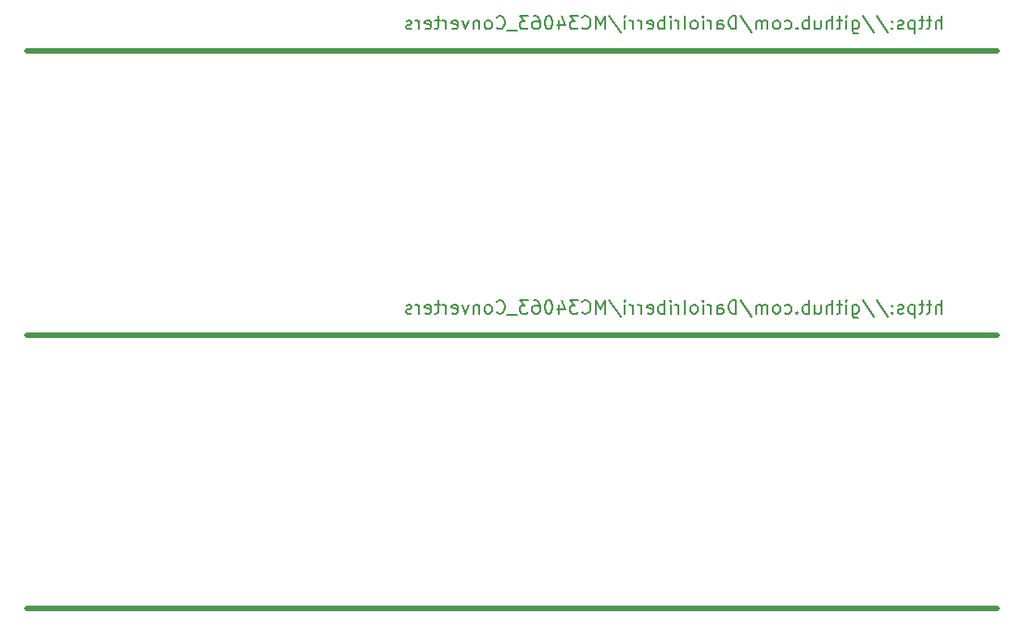
<source format=gbo>
%TF.GenerationSoftware,KiCad,Pcbnew,(5.1.12)-1*%
%TF.CreationDate,2022-12-13T04:58:51+01:00*%
%TF.ProjectId,MC34063_panel,4d433334-3036-4335-9f70-616e656c2e6b,rev?*%
%TF.SameCoordinates,Original*%
%TF.FileFunction,Legend,Bot*%
%TF.FilePolarity,Positive*%
%FSLAX46Y46*%
G04 Gerber Fmt 4.6, Leading zero omitted, Abs format (unit mm)*
G04 Created by KiCad (PCBNEW (5.1.12)-1) date 2022-12-13 04:58:51*
%MOMM*%
%LPD*%
G01*
G04 APERTURE LIST*
%ADD10C,0.500000*%
%ADD11C,0.150000*%
G04 APERTURE END LIST*
D10*
X45000000Y-135000000D02*
X133600000Y-135000000D01*
X45000000Y-110000000D02*
X133600000Y-110000000D01*
X45000000Y-84000000D02*
X133600000Y-84000000D01*
D11*
X128528571Y-108042857D02*
X128528571Y-106842857D01*
X128014285Y-108042857D02*
X128014285Y-107414285D01*
X128071428Y-107300000D01*
X128185714Y-107242857D01*
X128357142Y-107242857D01*
X128471428Y-107300000D01*
X128528571Y-107357142D01*
X127614285Y-107242857D02*
X127157142Y-107242857D01*
X127442857Y-106842857D02*
X127442857Y-107871428D01*
X127385714Y-107985714D01*
X127271428Y-108042857D01*
X127157142Y-108042857D01*
X126928571Y-107242857D02*
X126471428Y-107242857D01*
X126757142Y-106842857D02*
X126757142Y-107871428D01*
X126700000Y-107985714D01*
X126585714Y-108042857D01*
X126471428Y-108042857D01*
X126071428Y-107242857D02*
X126071428Y-108442857D01*
X126071428Y-107300000D02*
X125957142Y-107242857D01*
X125728571Y-107242857D01*
X125614285Y-107300000D01*
X125557142Y-107357142D01*
X125500000Y-107471428D01*
X125500000Y-107814285D01*
X125557142Y-107928571D01*
X125614285Y-107985714D01*
X125728571Y-108042857D01*
X125957142Y-108042857D01*
X126071428Y-107985714D01*
X125042857Y-107985714D02*
X124928571Y-108042857D01*
X124700000Y-108042857D01*
X124585714Y-107985714D01*
X124528571Y-107871428D01*
X124528571Y-107814285D01*
X124585714Y-107700000D01*
X124700000Y-107642857D01*
X124871428Y-107642857D01*
X124985714Y-107585714D01*
X125042857Y-107471428D01*
X125042857Y-107414285D01*
X124985714Y-107300000D01*
X124871428Y-107242857D01*
X124700000Y-107242857D01*
X124585714Y-107300000D01*
X124014285Y-107928571D02*
X123957142Y-107985714D01*
X124014285Y-108042857D01*
X124071428Y-107985714D01*
X124014285Y-107928571D01*
X124014285Y-108042857D01*
X124014285Y-107300000D02*
X123957142Y-107357142D01*
X124014285Y-107414285D01*
X124071428Y-107357142D01*
X124014285Y-107300000D01*
X124014285Y-107414285D01*
X122585714Y-106785714D02*
X123614285Y-108328571D01*
X121328571Y-106785714D02*
X122357142Y-108328571D01*
X120414285Y-107242857D02*
X120414285Y-108214285D01*
X120471428Y-108328571D01*
X120528571Y-108385714D01*
X120642857Y-108442857D01*
X120814285Y-108442857D01*
X120928571Y-108385714D01*
X120414285Y-107985714D02*
X120528571Y-108042857D01*
X120757142Y-108042857D01*
X120871428Y-107985714D01*
X120928571Y-107928571D01*
X120985714Y-107814285D01*
X120985714Y-107471428D01*
X120928571Y-107357142D01*
X120871428Y-107300000D01*
X120757142Y-107242857D01*
X120528571Y-107242857D01*
X120414285Y-107300000D01*
X119842857Y-108042857D02*
X119842857Y-107242857D01*
X119842857Y-106842857D02*
X119900000Y-106900000D01*
X119842857Y-106957142D01*
X119785714Y-106900000D01*
X119842857Y-106842857D01*
X119842857Y-106957142D01*
X119442857Y-107242857D02*
X118985714Y-107242857D01*
X119271428Y-106842857D02*
X119271428Y-107871428D01*
X119214285Y-107985714D01*
X119100000Y-108042857D01*
X118985714Y-108042857D01*
X118585714Y-108042857D02*
X118585714Y-106842857D01*
X118071428Y-108042857D02*
X118071428Y-107414285D01*
X118128571Y-107300000D01*
X118242857Y-107242857D01*
X118414285Y-107242857D01*
X118528571Y-107300000D01*
X118585714Y-107357142D01*
X116985714Y-107242857D02*
X116985714Y-108042857D01*
X117500000Y-107242857D02*
X117500000Y-107871428D01*
X117442857Y-107985714D01*
X117328571Y-108042857D01*
X117157142Y-108042857D01*
X117042857Y-107985714D01*
X116985714Y-107928571D01*
X116414285Y-108042857D02*
X116414285Y-106842857D01*
X116414285Y-107300000D02*
X116300000Y-107242857D01*
X116071428Y-107242857D01*
X115957142Y-107300000D01*
X115900000Y-107357142D01*
X115842857Y-107471428D01*
X115842857Y-107814285D01*
X115900000Y-107928571D01*
X115957142Y-107985714D01*
X116071428Y-108042857D01*
X116300000Y-108042857D01*
X116414285Y-107985714D01*
X115328571Y-107928571D02*
X115271428Y-107985714D01*
X115328571Y-108042857D01*
X115385714Y-107985714D01*
X115328571Y-107928571D01*
X115328571Y-108042857D01*
X114242857Y-107985714D02*
X114357142Y-108042857D01*
X114585714Y-108042857D01*
X114700000Y-107985714D01*
X114757142Y-107928571D01*
X114814285Y-107814285D01*
X114814285Y-107471428D01*
X114757142Y-107357142D01*
X114700000Y-107300000D01*
X114585714Y-107242857D01*
X114357142Y-107242857D01*
X114242857Y-107300000D01*
X113557142Y-108042857D02*
X113671428Y-107985714D01*
X113728571Y-107928571D01*
X113785714Y-107814285D01*
X113785714Y-107471428D01*
X113728571Y-107357142D01*
X113671428Y-107300000D01*
X113557142Y-107242857D01*
X113385714Y-107242857D01*
X113271428Y-107300000D01*
X113214285Y-107357142D01*
X113157142Y-107471428D01*
X113157142Y-107814285D01*
X113214285Y-107928571D01*
X113271428Y-107985714D01*
X113385714Y-108042857D01*
X113557142Y-108042857D01*
X112642857Y-108042857D02*
X112642857Y-107242857D01*
X112642857Y-107357142D02*
X112585714Y-107300000D01*
X112471428Y-107242857D01*
X112300000Y-107242857D01*
X112185714Y-107300000D01*
X112128571Y-107414285D01*
X112128571Y-108042857D01*
X112128571Y-107414285D02*
X112071428Y-107300000D01*
X111957142Y-107242857D01*
X111785714Y-107242857D01*
X111671428Y-107300000D01*
X111614285Y-107414285D01*
X111614285Y-108042857D01*
X110185714Y-106785714D02*
X111214285Y-108328571D01*
X109785714Y-108042857D02*
X109785714Y-106842857D01*
X109500000Y-106842857D01*
X109328571Y-106900000D01*
X109214285Y-107014285D01*
X109157142Y-107128571D01*
X109100000Y-107357142D01*
X109100000Y-107528571D01*
X109157142Y-107757142D01*
X109214285Y-107871428D01*
X109328571Y-107985714D01*
X109500000Y-108042857D01*
X109785714Y-108042857D01*
X108071428Y-108042857D02*
X108071428Y-107414285D01*
X108128571Y-107300000D01*
X108242857Y-107242857D01*
X108471428Y-107242857D01*
X108585714Y-107300000D01*
X108071428Y-107985714D02*
X108185714Y-108042857D01*
X108471428Y-108042857D01*
X108585714Y-107985714D01*
X108642857Y-107871428D01*
X108642857Y-107757142D01*
X108585714Y-107642857D01*
X108471428Y-107585714D01*
X108185714Y-107585714D01*
X108071428Y-107528571D01*
X107500000Y-108042857D02*
X107500000Y-107242857D01*
X107500000Y-107471428D02*
X107442857Y-107357142D01*
X107385714Y-107300000D01*
X107271428Y-107242857D01*
X107157142Y-107242857D01*
X106757142Y-108042857D02*
X106757142Y-107242857D01*
X106757142Y-106842857D02*
X106814285Y-106900000D01*
X106757142Y-106957142D01*
X106700000Y-106900000D01*
X106757142Y-106842857D01*
X106757142Y-106957142D01*
X106014285Y-108042857D02*
X106128571Y-107985714D01*
X106185714Y-107928571D01*
X106242857Y-107814285D01*
X106242857Y-107471428D01*
X106185714Y-107357142D01*
X106128571Y-107300000D01*
X106014285Y-107242857D01*
X105842857Y-107242857D01*
X105728571Y-107300000D01*
X105671428Y-107357142D01*
X105614285Y-107471428D01*
X105614285Y-107814285D01*
X105671428Y-107928571D01*
X105728571Y-107985714D01*
X105842857Y-108042857D01*
X106014285Y-108042857D01*
X105100000Y-108042857D02*
X105100000Y-106842857D01*
X104528571Y-108042857D02*
X104528571Y-107242857D01*
X104528571Y-107471428D02*
X104471428Y-107357142D01*
X104414285Y-107300000D01*
X104300000Y-107242857D01*
X104185714Y-107242857D01*
X103785714Y-108042857D02*
X103785714Y-107242857D01*
X103785714Y-106842857D02*
X103842857Y-106900000D01*
X103785714Y-106957142D01*
X103728571Y-106900000D01*
X103785714Y-106842857D01*
X103785714Y-106957142D01*
X103214285Y-108042857D02*
X103214285Y-106842857D01*
X103214285Y-107300000D02*
X103100000Y-107242857D01*
X102871428Y-107242857D01*
X102757142Y-107300000D01*
X102700000Y-107357142D01*
X102642857Y-107471428D01*
X102642857Y-107814285D01*
X102700000Y-107928571D01*
X102757142Y-107985714D01*
X102871428Y-108042857D01*
X103100000Y-108042857D01*
X103214285Y-107985714D01*
X101671428Y-107985714D02*
X101785714Y-108042857D01*
X102014285Y-108042857D01*
X102128571Y-107985714D01*
X102185714Y-107871428D01*
X102185714Y-107414285D01*
X102128571Y-107300000D01*
X102014285Y-107242857D01*
X101785714Y-107242857D01*
X101671428Y-107300000D01*
X101614285Y-107414285D01*
X101614285Y-107528571D01*
X102185714Y-107642857D01*
X101100000Y-108042857D02*
X101100000Y-107242857D01*
X101100000Y-107471428D02*
X101042857Y-107357142D01*
X100985714Y-107300000D01*
X100871428Y-107242857D01*
X100757142Y-107242857D01*
X100357142Y-108042857D02*
X100357142Y-107242857D01*
X100357142Y-107471428D02*
X100300000Y-107357142D01*
X100242857Y-107300000D01*
X100128571Y-107242857D01*
X100014285Y-107242857D01*
X99614285Y-108042857D02*
X99614285Y-107242857D01*
X99614285Y-106842857D02*
X99671428Y-106900000D01*
X99614285Y-106957142D01*
X99557142Y-106900000D01*
X99614285Y-106842857D01*
X99614285Y-106957142D01*
X98185714Y-106785714D02*
X99214285Y-108328571D01*
X97785714Y-108042857D02*
X97785714Y-106842857D01*
X97385714Y-107700000D01*
X96985714Y-106842857D01*
X96985714Y-108042857D01*
X95728571Y-107928571D02*
X95785714Y-107985714D01*
X95957142Y-108042857D01*
X96071428Y-108042857D01*
X96242857Y-107985714D01*
X96357142Y-107871428D01*
X96414285Y-107757142D01*
X96471428Y-107528571D01*
X96471428Y-107357142D01*
X96414285Y-107128571D01*
X96357142Y-107014285D01*
X96242857Y-106900000D01*
X96071428Y-106842857D01*
X95957142Y-106842857D01*
X95785714Y-106900000D01*
X95728571Y-106957142D01*
X95328571Y-106842857D02*
X94585714Y-106842857D01*
X94985714Y-107300000D01*
X94814285Y-107300000D01*
X94700000Y-107357142D01*
X94642857Y-107414285D01*
X94585714Y-107528571D01*
X94585714Y-107814285D01*
X94642857Y-107928571D01*
X94700000Y-107985714D01*
X94814285Y-108042857D01*
X95157142Y-108042857D01*
X95271428Y-107985714D01*
X95328571Y-107928571D01*
X93557142Y-107242857D02*
X93557142Y-108042857D01*
X93842857Y-106785714D02*
X94128571Y-107642857D01*
X93385714Y-107642857D01*
X92700000Y-106842857D02*
X92585714Y-106842857D01*
X92471428Y-106900000D01*
X92414285Y-106957142D01*
X92357142Y-107071428D01*
X92300000Y-107300000D01*
X92300000Y-107585714D01*
X92357142Y-107814285D01*
X92414285Y-107928571D01*
X92471428Y-107985714D01*
X92585714Y-108042857D01*
X92700000Y-108042857D01*
X92814285Y-107985714D01*
X92871428Y-107928571D01*
X92928571Y-107814285D01*
X92985714Y-107585714D01*
X92985714Y-107300000D01*
X92928571Y-107071428D01*
X92871428Y-106957142D01*
X92814285Y-106900000D01*
X92700000Y-106842857D01*
X91271428Y-106842857D02*
X91500000Y-106842857D01*
X91614285Y-106900000D01*
X91671428Y-106957142D01*
X91785714Y-107128571D01*
X91842857Y-107357142D01*
X91842857Y-107814285D01*
X91785714Y-107928571D01*
X91728571Y-107985714D01*
X91614285Y-108042857D01*
X91385714Y-108042857D01*
X91271428Y-107985714D01*
X91214285Y-107928571D01*
X91157142Y-107814285D01*
X91157142Y-107528571D01*
X91214285Y-107414285D01*
X91271428Y-107357142D01*
X91385714Y-107300000D01*
X91614285Y-107300000D01*
X91728571Y-107357142D01*
X91785714Y-107414285D01*
X91842857Y-107528571D01*
X90757142Y-106842857D02*
X90014285Y-106842857D01*
X90414285Y-107300000D01*
X90242857Y-107300000D01*
X90128571Y-107357142D01*
X90071428Y-107414285D01*
X90014285Y-107528571D01*
X90014285Y-107814285D01*
X90071428Y-107928571D01*
X90128571Y-107985714D01*
X90242857Y-108042857D01*
X90585714Y-108042857D01*
X90700000Y-107985714D01*
X90757142Y-107928571D01*
X89785714Y-108157142D02*
X88871428Y-108157142D01*
X87900000Y-107928571D02*
X87957142Y-107985714D01*
X88128571Y-108042857D01*
X88242857Y-108042857D01*
X88414285Y-107985714D01*
X88528571Y-107871428D01*
X88585714Y-107757142D01*
X88642857Y-107528571D01*
X88642857Y-107357142D01*
X88585714Y-107128571D01*
X88528571Y-107014285D01*
X88414285Y-106900000D01*
X88242857Y-106842857D01*
X88128571Y-106842857D01*
X87957142Y-106900000D01*
X87900000Y-106957142D01*
X87214285Y-108042857D02*
X87328571Y-107985714D01*
X87385714Y-107928571D01*
X87442857Y-107814285D01*
X87442857Y-107471428D01*
X87385714Y-107357142D01*
X87328571Y-107300000D01*
X87214285Y-107242857D01*
X87042857Y-107242857D01*
X86928571Y-107300000D01*
X86871428Y-107357142D01*
X86814285Y-107471428D01*
X86814285Y-107814285D01*
X86871428Y-107928571D01*
X86928571Y-107985714D01*
X87042857Y-108042857D01*
X87214285Y-108042857D01*
X86300000Y-107242857D02*
X86300000Y-108042857D01*
X86300000Y-107357142D02*
X86242857Y-107300000D01*
X86128571Y-107242857D01*
X85957142Y-107242857D01*
X85842857Y-107300000D01*
X85785714Y-107414285D01*
X85785714Y-108042857D01*
X85328571Y-107242857D02*
X85042857Y-108042857D01*
X84757142Y-107242857D01*
X83842857Y-107985714D02*
X83957142Y-108042857D01*
X84185714Y-108042857D01*
X84300000Y-107985714D01*
X84357142Y-107871428D01*
X84357142Y-107414285D01*
X84300000Y-107300000D01*
X84185714Y-107242857D01*
X83957142Y-107242857D01*
X83842857Y-107300000D01*
X83785714Y-107414285D01*
X83785714Y-107528571D01*
X84357142Y-107642857D01*
X83271428Y-108042857D02*
X83271428Y-107242857D01*
X83271428Y-107471428D02*
X83214285Y-107357142D01*
X83157142Y-107300000D01*
X83042857Y-107242857D01*
X82928571Y-107242857D01*
X82700000Y-107242857D02*
X82242857Y-107242857D01*
X82528571Y-106842857D02*
X82528571Y-107871428D01*
X82471428Y-107985714D01*
X82357142Y-108042857D01*
X82242857Y-108042857D01*
X81385714Y-107985714D02*
X81500000Y-108042857D01*
X81728571Y-108042857D01*
X81842857Y-107985714D01*
X81900000Y-107871428D01*
X81900000Y-107414285D01*
X81842857Y-107300000D01*
X81728571Y-107242857D01*
X81500000Y-107242857D01*
X81385714Y-107300000D01*
X81328571Y-107414285D01*
X81328571Y-107528571D01*
X81900000Y-107642857D01*
X80814285Y-108042857D02*
X80814285Y-107242857D01*
X80814285Y-107471428D02*
X80757142Y-107357142D01*
X80700000Y-107300000D01*
X80585714Y-107242857D01*
X80471428Y-107242857D01*
X80128571Y-107985714D02*
X80014285Y-108042857D01*
X79785714Y-108042857D01*
X79671428Y-107985714D01*
X79614285Y-107871428D01*
X79614285Y-107814285D01*
X79671428Y-107700000D01*
X79785714Y-107642857D01*
X79957142Y-107642857D01*
X80071428Y-107585714D01*
X80128571Y-107471428D01*
X80128571Y-107414285D01*
X80071428Y-107300000D01*
X79957142Y-107242857D01*
X79785714Y-107242857D01*
X79671428Y-107300000D01*
X128528571Y-82042857D02*
X128528571Y-80842857D01*
X128014285Y-82042857D02*
X128014285Y-81414285D01*
X128071428Y-81300000D01*
X128185714Y-81242857D01*
X128357142Y-81242857D01*
X128471428Y-81300000D01*
X128528571Y-81357142D01*
X127614285Y-81242857D02*
X127157142Y-81242857D01*
X127442857Y-80842857D02*
X127442857Y-81871428D01*
X127385714Y-81985714D01*
X127271428Y-82042857D01*
X127157142Y-82042857D01*
X126928571Y-81242857D02*
X126471428Y-81242857D01*
X126757142Y-80842857D02*
X126757142Y-81871428D01*
X126700000Y-81985714D01*
X126585714Y-82042857D01*
X126471428Y-82042857D01*
X126071428Y-81242857D02*
X126071428Y-82442857D01*
X126071428Y-81300000D02*
X125957142Y-81242857D01*
X125728571Y-81242857D01*
X125614285Y-81300000D01*
X125557142Y-81357142D01*
X125500000Y-81471428D01*
X125500000Y-81814285D01*
X125557142Y-81928571D01*
X125614285Y-81985714D01*
X125728571Y-82042857D01*
X125957142Y-82042857D01*
X126071428Y-81985714D01*
X125042857Y-81985714D02*
X124928571Y-82042857D01*
X124700000Y-82042857D01*
X124585714Y-81985714D01*
X124528571Y-81871428D01*
X124528571Y-81814285D01*
X124585714Y-81700000D01*
X124700000Y-81642857D01*
X124871428Y-81642857D01*
X124985714Y-81585714D01*
X125042857Y-81471428D01*
X125042857Y-81414285D01*
X124985714Y-81300000D01*
X124871428Y-81242857D01*
X124700000Y-81242857D01*
X124585714Y-81300000D01*
X124014285Y-81928571D02*
X123957142Y-81985714D01*
X124014285Y-82042857D01*
X124071428Y-81985714D01*
X124014285Y-81928571D01*
X124014285Y-82042857D01*
X124014285Y-81300000D02*
X123957142Y-81357142D01*
X124014285Y-81414285D01*
X124071428Y-81357142D01*
X124014285Y-81300000D01*
X124014285Y-81414285D01*
X122585714Y-80785714D02*
X123614285Y-82328571D01*
X121328571Y-80785714D02*
X122357142Y-82328571D01*
X120414285Y-81242857D02*
X120414285Y-82214285D01*
X120471428Y-82328571D01*
X120528571Y-82385714D01*
X120642857Y-82442857D01*
X120814285Y-82442857D01*
X120928571Y-82385714D01*
X120414285Y-81985714D02*
X120528571Y-82042857D01*
X120757142Y-82042857D01*
X120871428Y-81985714D01*
X120928571Y-81928571D01*
X120985714Y-81814285D01*
X120985714Y-81471428D01*
X120928571Y-81357142D01*
X120871428Y-81300000D01*
X120757142Y-81242857D01*
X120528571Y-81242857D01*
X120414285Y-81300000D01*
X119842857Y-82042857D02*
X119842857Y-81242857D01*
X119842857Y-80842857D02*
X119900000Y-80900000D01*
X119842857Y-80957142D01*
X119785714Y-80900000D01*
X119842857Y-80842857D01*
X119842857Y-80957142D01*
X119442857Y-81242857D02*
X118985714Y-81242857D01*
X119271428Y-80842857D02*
X119271428Y-81871428D01*
X119214285Y-81985714D01*
X119100000Y-82042857D01*
X118985714Y-82042857D01*
X118585714Y-82042857D02*
X118585714Y-80842857D01*
X118071428Y-82042857D02*
X118071428Y-81414285D01*
X118128571Y-81300000D01*
X118242857Y-81242857D01*
X118414285Y-81242857D01*
X118528571Y-81300000D01*
X118585714Y-81357142D01*
X116985714Y-81242857D02*
X116985714Y-82042857D01*
X117500000Y-81242857D02*
X117500000Y-81871428D01*
X117442857Y-81985714D01*
X117328571Y-82042857D01*
X117157142Y-82042857D01*
X117042857Y-81985714D01*
X116985714Y-81928571D01*
X116414285Y-82042857D02*
X116414285Y-80842857D01*
X116414285Y-81300000D02*
X116300000Y-81242857D01*
X116071428Y-81242857D01*
X115957142Y-81300000D01*
X115900000Y-81357142D01*
X115842857Y-81471428D01*
X115842857Y-81814285D01*
X115900000Y-81928571D01*
X115957142Y-81985714D01*
X116071428Y-82042857D01*
X116300000Y-82042857D01*
X116414285Y-81985714D01*
X115328571Y-81928571D02*
X115271428Y-81985714D01*
X115328571Y-82042857D01*
X115385714Y-81985714D01*
X115328571Y-81928571D01*
X115328571Y-82042857D01*
X114242857Y-81985714D02*
X114357142Y-82042857D01*
X114585714Y-82042857D01*
X114700000Y-81985714D01*
X114757142Y-81928571D01*
X114814285Y-81814285D01*
X114814285Y-81471428D01*
X114757142Y-81357142D01*
X114700000Y-81300000D01*
X114585714Y-81242857D01*
X114357142Y-81242857D01*
X114242857Y-81300000D01*
X113557142Y-82042857D02*
X113671428Y-81985714D01*
X113728571Y-81928571D01*
X113785714Y-81814285D01*
X113785714Y-81471428D01*
X113728571Y-81357142D01*
X113671428Y-81300000D01*
X113557142Y-81242857D01*
X113385714Y-81242857D01*
X113271428Y-81300000D01*
X113214285Y-81357142D01*
X113157142Y-81471428D01*
X113157142Y-81814285D01*
X113214285Y-81928571D01*
X113271428Y-81985714D01*
X113385714Y-82042857D01*
X113557142Y-82042857D01*
X112642857Y-82042857D02*
X112642857Y-81242857D01*
X112642857Y-81357142D02*
X112585714Y-81300000D01*
X112471428Y-81242857D01*
X112300000Y-81242857D01*
X112185714Y-81300000D01*
X112128571Y-81414285D01*
X112128571Y-82042857D01*
X112128571Y-81414285D02*
X112071428Y-81300000D01*
X111957142Y-81242857D01*
X111785714Y-81242857D01*
X111671428Y-81300000D01*
X111614285Y-81414285D01*
X111614285Y-82042857D01*
X110185714Y-80785714D02*
X111214285Y-82328571D01*
X109785714Y-82042857D02*
X109785714Y-80842857D01*
X109500000Y-80842857D01*
X109328571Y-80900000D01*
X109214285Y-81014285D01*
X109157142Y-81128571D01*
X109100000Y-81357142D01*
X109100000Y-81528571D01*
X109157142Y-81757142D01*
X109214285Y-81871428D01*
X109328571Y-81985714D01*
X109500000Y-82042857D01*
X109785714Y-82042857D01*
X108071428Y-82042857D02*
X108071428Y-81414285D01*
X108128571Y-81300000D01*
X108242857Y-81242857D01*
X108471428Y-81242857D01*
X108585714Y-81300000D01*
X108071428Y-81985714D02*
X108185714Y-82042857D01*
X108471428Y-82042857D01*
X108585714Y-81985714D01*
X108642857Y-81871428D01*
X108642857Y-81757142D01*
X108585714Y-81642857D01*
X108471428Y-81585714D01*
X108185714Y-81585714D01*
X108071428Y-81528571D01*
X107500000Y-82042857D02*
X107500000Y-81242857D01*
X107500000Y-81471428D02*
X107442857Y-81357142D01*
X107385714Y-81300000D01*
X107271428Y-81242857D01*
X107157142Y-81242857D01*
X106757142Y-82042857D02*
X106757142Y-81242857D01*
X106757142Y-80842857D02*
X106814285Y-80900000D01*
X106757142Y-80957142D01*
X106700000Y-80900000D01*
X106757142Y-80842857D01*
X106757142Y-80957142D01*
X106014285Y-82042857D02*
X106128571Y-81985714D01*
X106185714Y-81928571D01*
X106242857Y-81814285D01*
X106242857Y-81471428D01*
X106185714Y-81357142D01*
X106128571Y-81300000D01*
X106014285Y-81242857D01*
X105842857Y-81242857D01*
X105728571Y-81300000D01*
X105671428Y-81357142D01*
X105614285Y-81471428D01*
X105614285Y-81814285D01*
X105671428Y-81928571D01*
X105728571Y-81985714D01*
X105842857Y-82042857D01*
X106014285Y-82042857D01*
X105100000Y-82042857D02*
X105100000Y-80842857D01*
X104528571Y-82042857D02*
X104528571Y-81242857D01*
X104528571Y-81471428D02*
X104471428Y-81357142D01*
X104414285Y-81300000D01*
X104300000Y-81242857D01*
X104185714Y-81242857D01*
X103785714Y-82042857D02*
X103785714Y-81242857D01*
X103785714Y-80842857D02*
X103842857Y-80900000D01*
X103785714Y-80957142D01*
X103728571Y-80900000D01*
X103785714Y-80842857D01*
X103785714Y-80957142D01*
X103214285Y-82042857D02*
X103214285Y-80842857D01*
X103214285Y-81300000D02*
X103100000Y-81242857D01*
X102871428Y-81242857D01*
X102757142Y-81300000D01*
X102700000Y-81357142D01*
X102642857Y-81471428D01*
X102642857Y-81814285D01*
X102700000Y-81928571D01*
X102757142Y-81985714D01*
X102871428Y-82042857D01*
X103100000Y-82042857D01*
X103214285Y-81985714D01*
X101671428Y-81985714D02*
X101785714Y-82042857D01*
X102014285Y-82042857D01*
X102128571Y-81985714D01*
X102185714Y-81871428D01*
X102185714Y-81414285D01*
X102128571Y-81300000D01*
X102014285Y-81242857D01*
X101785714Y-81242857D01*
X101671428Y-81300000D01*
X101614285Y-81414285D01*
X101614285Y-81528571D01*
X102185714Y-81642857D01*
X101100000Y-82042857D02*
X101100000Y-81242857D01*
X101100000Y-81471428D02*
X101042857Y-81357142D01*
X100985714Y-81300000D01*
X100871428Y-81242857D01*
X100757142Y-81242857D01*
X100357142Y-82042857D02*
X100357142Y-81242857D01*
X100357142Y-81471428D02*
X100300000Y-81357142D01*
X100242857Y-81300000D01*
X100128571Y-81242857D01*
X100014285Y-81242857D01*
X99614285Y-82042857D02*
X99614285Y-81242857D01*
X99614285Y-80842857D02*
X99671428Y-80900000D01*
X99614285Y-80957142D01*
X99557142Y-80900000D01*
X99614285Y-80842857D01*
X99614285Y-80957142D01*
X98185714Y-80785714D02*
X99214285Y-82328571D01*
X97785714Y-82042857D02*
X97785714Y-80842857D01*
X97385714Y-81700000D01*
X96985714Y-80842857D01*
X96985714Y-82042857D01*
X95728571Y-81928571D02*
X95785714Y-81985714D01*
X95957142Y-82042857D01*
X96071428Y-82042857D01*
X96242857Y-81985714D01*
X96357142Y-81871428D01*
X96414285Y-81757142D01*
X96471428Y-81528571D01*
X96471428Y-81357142D01*
X96414285Y-81128571D01*
X96357142Y-81014285D01*
X96242857Y-80900000D01*
X96071428Y-80842857D01*
X95957142Y-80842857D01*
X95785714Y-80900000D01*
X95728571Y-80957142D01*
X95328571Y-80842857D02*
X94585714Y-80842857D01*
X94985714Y-81300000D01*
X94814285Y-81300000D01*
X94700000Y-81357142D01*
X94642857Y-81414285D01*
X94585714Y-81528571D01*
X94585714Y-81814285D01*
X94642857Y-81928571D01*
X94700000Y-81985714D01*
X94814285Y-82042857D01*
X95157142Y-82042857D01*
X95271428Y-81985714D01*
X95328571Y-81928571D01*
X93557142Y-81242857D02*
X93557142Y-82042857D01*
X93842857Y-80785714D02*
X94128571Y-81642857D01*
X93385714Y-81642857D01*
X92700000Y-80842857D02*
X92585714Y-80842857D01*
X92471428Y-80900000D01*
X92414285Y-80957142D01*
X92357142Y-81071428D01*
X92300000Y-81300000D01*
X92300000Y-81585714D01*
X92357142Y-81814285D01*
X92414285Y-81928571D01*
X92471428Y-81985714D01*
X92585714Y-82042857D01*
X92700000Y-82042857D01*
X92814285Y-81985714D01*
X92871428Y-81928571D01*
X92928571Y-81814285D01*
X92985714Y-81585714D01*
X92985714Y-81300000D01*
X92928571Y-81071428D01*
X92871428Y-80957142D01*
X92814285Y-80900000D01*
X92700000Y-80842857D01*
X91271428Y-80842857D02*
X91500000Y-80842857D01*
X91614285Y-80900000D01*
X91671428Y-80957142D01*
X91785714Y-81128571D01*
X91842857Y-81357142D01*
X91842857Y-81814285D01*
X91785714Y-81928571D01*
X91728571Y-81985714D01*
X91614285Y-82042857D01*
X91385714Y-82042857D01*
X91271428Y-81985714D01*
X91214285Y-81928571D01*
X91157142Y-81814285D01*
X91157142Y-81528571D01*
X91214285Y-81414285D01*
X91271428Y-81357142D01*
X91385714Y-81300000D01*
X91614285Y-81300000D01*
X91728571Y-81357142D01*
X91785714Y-81414285D01*
X91842857Y-81528571D01*
X90757142Y-80842857D02*
X90014285Y-80842857D01*
X90414285Y-81300000D01*
X90242857Y-81300000D01*
X90128571Y-81357142D01*
X90071428Y-81414285D01*
X90014285Y-81528571D01*
X90014285Y-81814285D01*
X90071428Y-81928571D01*
X90128571Y-81985714D01*
X90242857Y-82042857D01*
X90585714Y-82042857D01*
X90700000Y-81985714D01*
X90757142Y-81928571D01*
X89785714Y-82157142D02*
X88871428Y-82157142D01*
X87900000Y-81928571D02*
X87957142Y-81985714D01*
X88128571Y-82042857D01*
X88242857Y-82042857D01*
X88414285Y-81985714D01*
X88528571Y-81871428D01*
X88585714Y-81757142D01*
X88642857Y-81528571D01*
X88642857Y-81357142D01*
X88585714Y-81128571D01*
X88528571Y-81014285D01*
X88414285Y-80900000D01*
X88242857Y-80842857D01*
X88128571Y-80842857D01*
X87957142Y-80900000D01*
X87900000Y-80957142D01*
X87214285Y-82042857D02*
X87328571Y-81985714D01*
X87385714Y-81928571D01*
X87442857Y-81814285D01*
X87442857Y-81471428D01*
X87385714Y-81357142D01*
X87328571Y-81300000D01*
X87214285Y-81242857D01*
X87042857Y-81242857D01*
X86928571Y-81300000D01*
X86871428Y-81357142D01*
X86814285Y-81471428D01*
X86814285Y-81814285D01*
X86871428Y-81928571D01*
X86928571Y-81985714D01*
X87042857Y-82042857D01*
X87214285Y-82042857D01*
X86300000Y-81242857D02*
X86300000Y-82042857D01*
X86300000Y-81357142D02*
X86242857Y-81300000D01*
X86128571Y-81242857D01*
X85957142Y-81242857D01*
X85842857Y-81300000D01*
X85785714Y-81414285D01*
X85785714Y-82042857D01*
X85328571Y-81242857D02*
X85042857Y-82042857D01*
X84757142Y-81242857D01*
X83842857Y-81985714D02*
X83957142Y-82042857D01*
X84185714Y-82042857D01*
X84300000Y-81985714D01*
X84357142Y-81871428D01*
X84357142Y-81414285D01*
X84300000Y-81300000D01*
X84185714Y-81242857D01*
X83957142Y-81242857D01*
X83842857Y-81300000D01*
X83785714Y-81414285D01*
X83785714Y-81528571D01*
X84357142Y-81642857D01*
X83271428Y-82042857D02*
X83271428Y-81242857D01*
X83271428Y-81471428D02*
X83214285Y-81357142D01*
X83157142Y-81300000D01*
X83042857Y-81242857D01*
X82928571Y-81242857D01*
X82700000Y-81242857D02*
X82242857Y-81242857D01*
X82528571Y-80842857D02*
X82528571Y-81871428D01*
X82471428Y-81985714D01*
X82357142Y-82042857D01*
X82242857Y-82042857D01*
X81385714Y-81985714D02*
X81500000Y-82042857D01*
X81728571Y-82042857D01*
X81842857Y-81985714D01*
X81900000Y-81871428D01*
X81900000Y-81414285D01*
X81842857Y-81300000D01*
X81728571Y-81242857D01*
X81500000Y-81242857D01*
X81385714Y-81300000D01*
X81328571Y-81414285D01*
X81328571Y-81528571D01*
X81900000Y-81642857D01*
X80814285Y-82042857D02*
X80814285Y-81242857D01*
X80814285Y-81471428D02*
X80757142Y-81357142D01*
X80700000Y-81300000D01*
X80585714Y-81242857D01*
X80471428Y-81242857D01*
X80128571Y-81985714D02*
X80014285Y-82042857D01*
X79785714Y-82042857D01*
X79671428Y-81985714D01*
X79614285Y-81871428D01*
X79614285Y-81814285D01*
X79671428Y-81700000D01*
X79785714Y-81642857D01*
X79957142Y-81642857D01*
X80071428Y-81585714D01*
X80128571Y-81471428D01*
X80128571Y-81414285D01*
X80071428Y-81300000D01*
X79957142Y-81242857D01*
X79785714Y-81242857D01*
X79671428Y-81300000D01*
M02*

</source>
